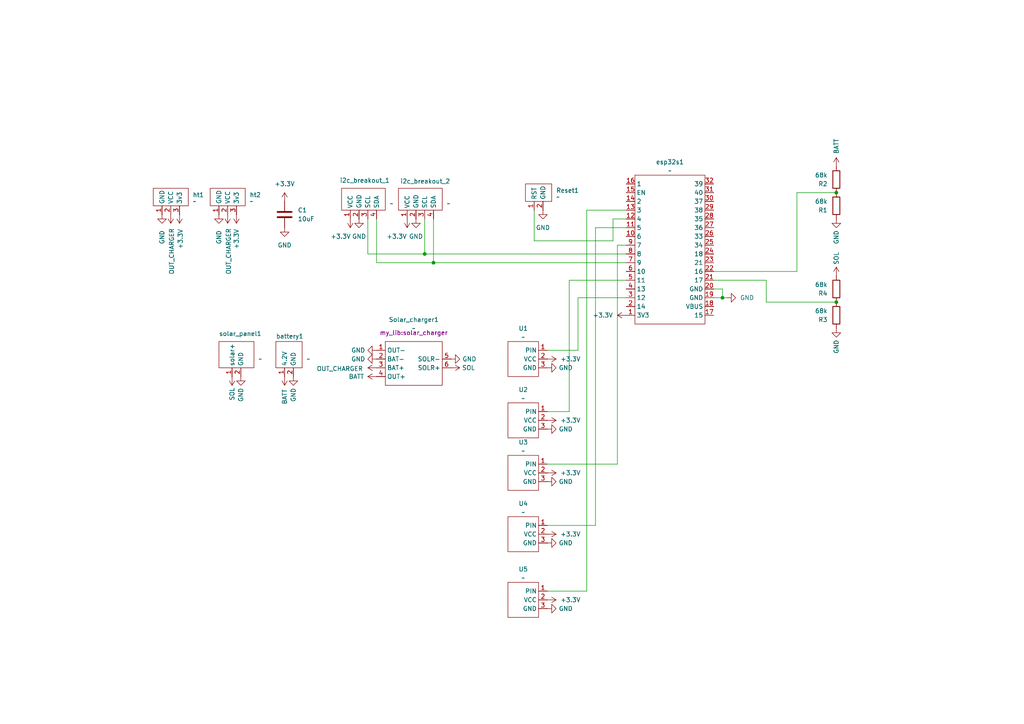
<source format=kicad_sch>
(kicad_sch (version 20250114) (generator "eeschema") (generator_version "9.0")
  (paper "A4")
  (lib_symbols
    (symbol "Device:C" (pin_numbers (hide yes)) (pin_names (offset 0.254))
      (property "Reference" "C" (at 0.635 2.54 0))
      (property "Value" "C" (at 0.635 -2.54 0))
      (symbol "C_0_1"
        (polyline (pts (xy -2.032 0.762) (xy 2.032 0.762)) (stroke (width 0.508)))
        (polyline (pts (xy -2.032 -0.762) (xy 2.032 -0.762)) (stroke (width 0.508)))
      )
      (symbol "C_1_1"
        (pin passive line (at 0 3.81 270) (length 2.794) (name "~") (number "1"))
        (pin passive line (at 0 -3.81 90) (length 2.794) (name "~") (number "2"))
      )
    )
    (symbol "Device:R" (pin_numbers (hide yes)) (pin_names (offset 0))
      (property "Reference" "R" (at 2.032 0 90))
      (property "Value" "R" (at 0 0 90))
      (symbol "R_0_1"
        (rectangle (start -1.016 -2.54) (end 1.016 2.54) (stroke (width 0.254)))
      )
      (symbol "R_1_1"
        (pin passive line (at 0 3.81 270) (length 1.27) (name "~") (number "1"))
        (pin passive line (at 0 -3.81 90) (length 1.27) (name "~") (number "2"))
      )
    )
    (symbol "my_symbols:battery"
      (property "Reference" "battery" (at 0.762 1.778 0))
      (symbol "battery_0_1"
        (rectangle (start -2.54 0) (end 5.08 -7.62))
      )
      (symbol "battery_1_1"
        (pin input line (at 0 -10.16 90) (length 2.54) (name "4.2V") (number "1"))
        (pin input line (at 2.54 -10.16 90) (length 2.54) (name "GND") (number "2"))
      )
    )
    (symbol "my_symbols:esp32s2"
      (property "Reference" "esp32s2" (at 0 0 0))
      (symbol "esp32s2_0_1"
        (rectangle (start -10.16 -1.27) (end 10.16 -44.45))
      )
      (symbol "esp32s2_1_1"
        (pin input line (at -12.7 -3.81 0) (length 2.54) (name "1") (number "16"))
        (pin input line (at -12.7 -6.35 0) (length 2.54) (name "EN") (number "15"))
        (pin input line (at -12.7 -8.89 0) (length 2.54) (name "2") (number "14"))
        (pin input line (at -12.7 -11.43 0) (length 2.54) (name "3") (number "13"))
        (pin input line (at -12.7 -13.97 0) (length 2.54) (name "4") (number "12"))
        (pin input line (at -12.7 -16.51 0) (length 2.54) (name "5") (number "11"))
        (pin input line (at -12.7 -19.05 0) (length 2.54) (name "6") (number "10"))
        (pin input line (at -12.7 -21.59 0) (length 2.54) (name "7") (number "9"))
        (pin input line (at -12.7 -24.13 0) (length 2.54) (name "8") (number "8"))
        (pin input line (at -12.7 -26.67 0) (length 2.54) (name "9") (number "7"))
        (pin input line (at -12.7 -29.21 0) (length 2.54) (name "10") (number "6"))
        (pin input line (at -12.7 -31.75 0) (length 2.54) (name "11") (number "5"))
        (pin input line (at -12.7 -34.29 0) (length 2.54) (name "13") (number "4"))
        (pin input line (at -12.7 -36.83 0) (length 2.54) (name "12") (number "3"))
        (pin input line (at -12.7 -39.37 0) (length 2.54) (name "14") (number "2"))
        (pin input line (at -12.7 -41.91 0) (length 2.54) (name "3V3") (number "1"))
        (pin input line (at 12.7 -3.81 180) (length 2.54) (name "39") (number "32"))
        (pin input line (at 12.7 -6.35 180) (length 2.54) (name "40") (number "31"))
        (pin input line (at 12.7 -8.89 180) (length 2.54) (name "37") (number "30"))
        (pin input line (at 12.7 -11.43 180) (length 2.54) (name "38") (number "29"))
        (pin input line (at 12.7 -13.97 180) (length 2.54) (name "35") (number "28"))
        (pin input line (at 12.7 -16.51 180) (length 2.54) (name "36") (number "27"))
        (pin input line (at 12.7 -19.05 180) (length 2.54) (name "33") (number "26"))
        (pin input line (at 12.7 -21.59 180) (length 2.54) (name "34") (number "25"))
        (pin input line (at 12.7 -24.13 180) (length 2.54) (name "18") (number "24"))
        (pin input line (at 12.7 -26.67 180) (length 2.54) (name "21") (number "23"))
        (pin input line (at 12.7 -29.21 180) (length 2.54) (name "16") (number "22"))
        (pin input line (at 12.7 -31.75 180) (length 2.54) (name "17") (number "21"))
        (pin input line (at 12.7 -34.29 180) (length 2.54) (name "GND") (number "20"))
        (pin input line (at 12.7 -36.83 180) (length 2.54) (name "GND") (number "19"))
        (pin input line (at 12.7 -39.37 180) (length 2.54) (name "VBUS") (number "18"))
        (pin input line (at 12.7 -41.91 180) (length 2.54) (name "15") (number "17"))
      )
    )
    (symbol "my_symbols:ht7833"
      (property "Reference" "ht7833" (at 0.762 2.286 0))
      (symbol "ht7833_0_1"
        (rectangle (start -3.81 -1.27) (end 6.35 -6.35))
      )
      (symbol "ht7833_1_1"
        (pin input line (at -1.27 -8.89 90) (length 2.54) (name "GND") (number "1"))
        (pin input line (at 1.27 -8.89 90) (length 2.54) (name "VCC") (number "2"))
        (pin input line (at 3.81 -8.89 90) (length 2.54) (name "3v3") (number "3"))
      )
    )
    (symbol "my_symbols:i2c_breakout"
      (property "Reference" "i2c_breakout_" (at 1.27 1.778 0))
      (symbol "i2c_breakout_0_1"
        (rectangle (start -5.08 -1.27) (end 7.62 -7.62))
      )
      (symbol "i2c_breakout_1_1"
        (pin input line (at -2.54 -10.16 90) (length 2.54) (name "VCC") (number "1"))
        (pin input line (at 0 -10.16 90) (length 2.54) (name "GND") (number "2"))
        (pin input line (at 2.54 -10.16 90) (length 2.54) (name "SCL") (number "3"))
        (pin input line (at 5.08 -10.16 90) (length 2.54) (name "SDA") (number "4"))
      )
    )
    (symbol "my_symbols:pin_breakout"
      (property "Reference" "U" (at 0 0 0))
      (symbol "pin_breakout_0_1"
        (rectangle (start -5.08 -2.54) (end 3.81 -12.7))
        (rectangle (start 2.54 -5.08) (end 2.54 -5.08))
      )
      (symbol "pin_breakout_1_1"
        (pin bidirectional line (at 6.35 -5.08 180) (length 2.54) (name "PIN") (number "1"))
        (pin bidirectional line (at 6.35 -7.62 180) (length 2.54) (name "VCC") (number "2"))
        (pin bidirectional line (at 6.35 -10.16 180) (length 2.54) (name "GND") (number "3"))
      )
    )
    (symbol "my_symbols:reset"
      (property "Reference" "Reset" (at 1.27 -1.016 0))
      (symbol "reset_0_1"
        (rectangle (start -2.54 -2.54) (end 5.08 -7.62))
      )
      (symbol "reset_1_1"
        (pin input line (at 0 -10.16 90) (length 2.54) (name "RST") (number "1"))
        (pin input line (at 2.54 -10.16 90) (length 2.54) (name "GND") (number "2"))
      )
    )
    (symbol "my_symbols:solar_charger"
      (property "Reference" "Solar_charger" (at 4.572 0 0))
      (property "Footprint" "my_lib:solar_charger" (at 4.572 3.302 0))
      (symbol "solar_charger_0_1"
        (rectangle (start -3.81 -2.54) (end 12.7 -15.24))
      )
      (symbol "solar_charger_1_1"
        (pin input line (at -6.35 -5.08 0) (length 2.54) (name "OUT-") (number "1"))
        (pin input line (at -6.35 -7.62 0) (length 2.54) (name "BAT-") (number "2"))
        (pin input line (at -6.35 -10.16 0) (length 2.54) (name "BAT+") (number "3"))
        (pin input line (at -6.35 -12.7 0) (length 2.54) (name "OUT+") (number "4"))
        (pin input line (at 15.24 -7.62 180) (length 2.54) (name "SOLR-") (number "5"))
        (pin input line (at 15.24 -10.16 180) (length 2.54) (name "SOLR+") (number "6"))
      )
    )
    (symbol "my_symbols:solar_panel"
      (property "Reference" "solar_panel" (at -0.508 3.048 0))
      (symbol "solar_panel_0_1"
        (rectangle (start -5.08 -1.27) (end 5.08 -8.89))
      )
      (symbol "solar_panel_1_1"
        (pin input line (at -1.27 -11.43 90) (length 2.54) (name "solar+") (number "1"))
        (pin input line (at 1.27 -11.43 90) (length 2.54) (name "GND") (number "2"))
      )
    )
    (symbol "power:+3.3V" (power) (pin_numbers (hide yes)) (pin_names (offset 0) (hide yes))
      (property "Value" "+3.3V" (at 0 3.556 0))
      (symbol "+3.3V_0_1"
        (polyline (pts (xy -0.762 1.27) (xy 0 2.54)))
        (polyline (pts (xy 0 2.54) (xy 0.762 1.27)))
        (polyline (pts (xy 0 0) (xy 0 2.54)))
      )
      (symbol "+3.3V_1_1"
        (pin power_in line (at 0 0 90) (length 0) (name "~") (number "1"))
      )
    )
    (symbol "power:+BATT" (power) (pin_numbers (hide yes)) (pin_names (offset 0) (hide yes))
      (property "Value" "+BATT" (at 0 3.556 0))
      (symbol "+BATT_0_1"
        (polyline (pts (xy -0.762 1.27) (xy 0 2.54)))
        (polyline (pts (xy 0 2.54) (xy 0.762 1.27)))
        (polyline (pts (xy 0 0) (xy 0 2.54)))
      )
      (symbol "+BATT_1_1"
        (pin power_in line (at 0 0 90) (length 0) (name "~") (number "1"))
      )
    )
    (symbol "power:GND" (power) (pin_numbers (hide yes)) (pin_names (offset 0) (hide yes))
      (property "Value" "GND" (at 0 -3.81 0))
      (symbol "GND_0_1"
        (polyline (pts (xy 0 0) (xy 0 -1.27) (xy 1.27 -1.27) (xy 0 -2.54) (xy -1.27 -1.27) (xy 0 -1.27)))
      )
      (symbol "GND_1_1"
        (pin power_in line (at 0 0 270) (length 0) (name "~") (number "1"))
      )
    )
    (symbol "power:VDD" (power) (pin_numbers (hide yes)) (pin_names (offset 0) (hide yes))
      (property "Value" "VDD" (at 0 3.556 0))
      (symbol "VDD_0_1"
        (polyline (pts (xy -0.762 1.27) (xy 0 2.54)))
        (polyline (pts (xy 0 2.54) (xy 0.762 1.27)))
        (polyline (pts (xy 0 0) (xy 0 2.54)))
      )
      (symbol "VDD_1_1"
        (pin power_in line (at 0 0 90) (length 0) (name "~") (number "1"))
      )
    )
  )
  (junction (at 125.73 76.2))
  (junction (at 242.57 87.63))
  (junction (at 242.57 55.88))
  (junction (at 209.55 86.36))
  (junction (at 123.19 73.66))
  (wire (pts (xy 123.19 63.5) (xy 123.19 73.66)))
  (wire (pts (xy 210.82 86.36) (xy 209.55 86.36)))
  (wire (pts (xy 167.64 86.36) (xy 181.61 86.36)))
  (wire (pts (xy 158.75 171.45) (xy 170.18 171.45)))
  (wire (pts (xy 170.18 171.45) (xy 170.18 60.96)))
  (wire (pts (xy 125.73 63.5) (xy 125.73 76.2)))
  (wire (pts (xy 207.01 83.82) (xy 209.55 83.82)))
  (wire (pts (xy 177.8 69.85) (xy 177.8 63.5)))
  (wire (pts (xy 207.01 81.28) (xy 222.25 81.28)))
  (wire (pts (xy 179.07 71.12) (xy 181.61 71.12)))
  (wire (pts (xy 209.55 83.82) (xy 209.55 86.36)))
  (wire (pts (xy 231.14 78.74) (xy 231.14 55.88)))
  (wire (pts (xy 154.94 60.96) (xy 154.94 69.85)))
  (wire (pts (xy 172.72 66.04) (xy 181.61 66.04)))
  (wire (pts (xy 158.75 101.6) (xy 167.64 101.6)))
  (wire (pts (xy 123.19 73.66) (xy 181.61 73.66)))
  (wire (pts (xy 167.64 101.6) (xy 167.64 86.36)))
  (wire (pts (xy 222.25 81.28) (xy 222.25 87.63)))
  (wire (pts (xy 165.1 81.28) (xy 165.1 119.38)))
  (wire (pts (xy 165.1 119.38) (xy 158.75 119.38)))
  (wire (pts (xy 181.61 81.28) (xy 165.1 81.28)))
  (wire (pts (xy 207.01 78.74) (xy 231.14 78.74)))
  (wire (pts (xy 172.72 152.4) (xy 172.72 66.04)))
  (wire (pts (xy 109.22 76.2) (xy 125.73 76.2)))
  (wire (pts (xy 125.73 76.2) (xy 181.61 76.2)))
  (wire (pts (xy 222.25 87.63) (xy 242.57 87.63)))
  (wire (pts (xy 154.94 69.85) (xy 177.8 69.85)))
  (wire (pts (xy 231.14 55.88) (xy 242.57 55.88)))
  (wire (pts (xy 179.07 134.62) (xy 179.07 71.12)))
  (wire (pts (xy 158.75 134.62) (xy 179.07 134.62)))
  (wire (pts (xy 170.18 60.96) (xy 181.61 60.96)))
  (wire (pts (xy 209.55 86.36) (xy 207.01 86.36)))
  (wire (pts (xy 106.68 73.66) (xy 106.68 63.5)))
  (wire (pts (xy 109.22 63.5) (xy 109.22 76.2)))
  (wire (pts (xy 123.19 73.66) (xy 106.68 73.66)))
  (wire (pts (xy 158.75 152.4) (xy 172.72 152.4)))
  (wire (pts (xy 177.8 63.5) (xy 181.61 63.5)))
  (symbol (lib_id "power:GND") (at 242.57 95.25 0) (unit 1)
    (property "Reference" "#PWR025" (effects (hide yes)))
    (property "Value" "GND" (at 242.57 100.584 90))
    (property "Description" "Power symbol creates a global label with name \"GND\" , ground" (effects (hide yes)))
  )
  (symbol (lib_id "power:+3.3V") (at 158.75 137.16 270) (unit 1)
    (property "Reference" "#PWR034" (effects (hide yes)))
    (property "Value" "+3.3V" (at 162.5047 137.1599 90) (effects (justify left)))
    (property "Description" "Power symbol creates a global label with name \"+3.3V\"" (effects (hide yes)))
  )
  (symbol (lib_id "power:+BATT") (at 49.53 62.23 180) (unit 1)
    (property "Reference" "#PWR09" (effects (hide yes)))
    (property "Value" "OUT_CHARGER" (at 49.784 72.898 90))
    (property "Description" "Power symbol creates a global label with name \"+BATT\"" (effects (hide yes)))
  )
  (symbol (lib_id "my_symbols:battery") (at 82.55 99.06 0) (unit 1)
    (property "Reference" "battery1" (at 80.01 97.536 0) (effects (justify left)))
    (property "Value" "~" (at 88.9 104.14 0) (effects (justify left)))
    (property "Footprint" "my_lib:battery" (effects (hide yes)))
  )
  (symbol (lib_id "Device:R") (at 242.57 52.07 180) (unit 1)
    (property "Reference" "R2" (at 240.03 53.3401 0) (effects (justify left)))
    (property "Value" "68k" (at 240.03 50.8001 0) (effects (justify left)))
    (property "Footprint" "Resistor_THT:R_Axial_DIN0309_L9.0mm_D3.2mm_P15.24mm_Horizontal" (effects (hide yes)))
    (property "Description" "Resistor" (effects (hide yes)))
  )
  (symbol (lib_id "Device:R") (at 242.57 83.82 180) (unit 1)
    (property "Reference" "R4" (at 240.03 85.0901 0) (effects (justify left)))
    (property "Value" "68k" (at 240.03 82.5501 0) (effects (justify left)))
    (property "Footprint" "Resistor_THT:R_Axial_DIN0309_L9.0mm_D3.2mm_P15.24mm_Horizontal" (effects (hide yes)))
    (property "Description" "Resistor" (effects (hide yes)))
  )
  (symbol (lib_id "power:GND") (at 63.5 62.23 0) (unit 1)
    (property "Reference" "#PWR08" (effects (hide yes)))
    (property "Value" "GND" (at 63.5 68.834 90))
    (property "Description" "Power symbol creates a global label with name \"GND\" , ground" (effects (hide yes)))
  )
  (symbol (lib_id "power:GND") (at 158.75 176.53 90) (unit 1)
    (property "Reference" "#PWR039" (effects (hide yes)))
    (property "Value" "GND" (at 164.084 176.53 90))
    (property "Description" "Power symbol creates a global label with name \"GND\" , ground" (effects (hide yes)))
  )
  (symbol (lib_id "Device:R") (at 242.57 59.69 180) (unit 1)
    (property "Reference" "R1" (at 240.03 60.9601 0) (effects (justify left)))
    (property "Value" "68k" (at 240.03 58.4201 0) (effects (justify left)))
    (property "Footprint" "Resistor_THT:R_Axial_DIN0309_L9.0mm_D3.2mm_P15.24mm_Horizontal" (effects (hide yes)))
    (property "Description" "Resistor" (effects (hide yes)))
  )
  (symbol (lib_id "power:+BATT") (at 66.04 62.23 180) (unit 1)
    (property "Reference" "#PWR010" (effects (hide yes)))
    (property "Value" "OUT_CHARGER" (at 66.294 72.898 90))
    (property "Description" "Power symbol creates a global label with name \"+BATT\"" (effects (hide yes)))
  )
  (symbol (lib_id "power:+BATT") (at 109.22 106.68 90) (unit 1)
    (property "Reference" "#PWR021" (effects (hide yes)))
    (property "Value" "OUT_CHARGER" (at 98.552 106.934 90))
    (property "Description" "Power symbol creates a global label with name \"+BATT\"" (effects (hide yes)))
  )
  (symbol (lib_id "my_symbols:i2c_breakout") (at 104.14 53.34 0) (unit 1)
    (property "Reference" "i2c_breakout_1" (at 98.552 52.324 0) (effects (justify left)))
    (property "Value" "~" (at 113.03 59.055 0) (effects (justify left)))
    (property "Footprint" "my_lib:i2c_breakout" (effects (hide yes)))
  )
  (symbol (lib_id "power:GND") (at 82.55 66.04 0) (unit 1)
    (property "Reference" "#PWR014" (effects (hide yes)))
    (property "Value" "GND" (at 82.55 71.12 0))
    (property "Description" "Power symbol creates a global label with name \"GND\" , ground" (effects (hide yes)))
  )
  (symbol (lib_id "my_symbols:solar_charger") (at 115.57 96.52 0) (unit 1)
    (property "Reference" "Solar_charger1" (at 120.015 92.71 0))
    (property "Value" "~" (at 120.015 95.25 0))
    (property "Footprint" "my_lib:solar_charger" (at 120.015 96.52 0))
  )
  (symbol (lib_id "Device:C") (at 82.55 62.23 0) (unit 1)
    (property "Reference" "C1" (at 86.36 60.9599 0) (effects (justify left)))
    (property "Value" "10uF" (at 86.36 63.4999 0) (effects (justify left)))
    (property "Footprint" "Capacitor_THT:C_Disc_D9.0mm_W2.5mm_P5.00mm" (effects (hide yes)))
    (property "Description" "Unpolarized capacitor" (effects (hide yes)))
  )
  (symbol (lib_id "power:GND") (at 120.65 63.5 0) (unit 1)
    (property "Reference" "#PWR05" (effects (hide yes)))
    (property "Value" "GND" (at 120.65 68.58 0))
    (property "Description" "Power symbol creates a global label with name \"GND\" , ground" (effects (hide yes)))
  )
  (symbol (lib_id "my_symbols:ht7833") (at 64.77 53.34 0) (unit 1)
    (property "Reference" "ht2" (at 72.39 56.5149 0) (effects (justify left)))
    (property "Value" "~" (at 72.39 58.42 0) (effects (justify left)))
    (property "Footprint" "my_lib:ht7833" (effects (hide yes)))
  )
  (symbol (lib_id "power:GND") (at 130.81 104.14 90) (unit 1)
    (property "Reference" "#PWR018" (effects (hide yes)))
    (property "Value" "GND" (at 136.144 104.14 90))
    (property "Description" "Power symbol creates a global label with name \"GND\" , ground" (effects (hide yes)))
  )
  (symbol (lib_id "power:GND") (at 157.48 60.96 0) (unit 1)
    (property "Reference" "#PWR031" (effects (hide yes)))
    (property "Value" "GND" (at 157.48 66.04 0))
    (property "Description" "Power symbol creates a global label with name \"GND\" , ground" (effects (hide yes)))
  )
  (symbol (lib_id "power:+3.3V") (at 181.61 91.44 90) (unit 1)
    (property "Reference" "#PWR03" (effects (hide yes)))
    (property "Value" "+3.3V" (at 177.8 91.4399 90) (effects (justify left)))
    (property "Description" "Power symbol creates a global label with name \"+3.3V\"" (effects (hide yes)))
  )
  (symbol (lib_id "power:GND") (at 69.85 109.22 0) (unit 1)
    (property "Reference" "#PWR015" (effects (hide yes)))
    (property "Value" "GND" (at 69.85 114.554 90))
    (property "Description" "Power symbol creates a global label with name \"GND\" , ground" (effects (hide yes)))
  )
  (symbol (lib_id "my_symbols:reset") (at 154.94 50.8 0) (unit 1)
    (property "Reference" "Reset1" (at 161.29 55.2449 0) (effects (justify left)))
    (property "Value" "~" (at 161.29 57.15 0) (effects (justify left)))
    (property "Footprint" "my_lib:reset" (effects (hide yes)))
  )
  (symbol (lib_id "power:+3.3V") (at 101.6 63.5 180) (unit 1)
    (property "Reference" "#PWR01" (effects (hide yes)))
    (property "Value" "+3.3V" (at 98.806 68.58 0))
    (property "Description" "Power symbol creates a global label with name \"+3.3V\"" (effects (hide yes)))
  )
  (symbol (lib_id "my_symbols:pin_breakout") (at 152.4 147.32 0) (unit 1)
    (property "Reference" "U4" (at 151.765 146.05 0))
    (property "Value" "~" (at 151.765 148.59 0))
    (property "Footprint" "my_lib:pin_breakout" (effects (hide yes)))
  )
  (symbol (lib_id "my_symbols:solar_panel") (at 68.58 97.79 0) (unit 1)
    (property "Reference" "solar_panel1" (at 63.5 96.774 0) (effects (justify left)))
    (property "Value" "~" (at 74.93 104.14 0) (effects (justify left)))
    (property "Footprint" "my_lib:solar" (effects (hide yes)))
  )
  (symbol (lib_id "power:+3.3V") (at 52.07 62.23 180) (unit 1)
    (property "Reference" "#PWR011" (effects (hide yes)))
    (property "Value" "+3.3V" (at 52.324 69.342 90))
    (property "Description" "Power symbol creates a global label with name \"+3.3V\"" (effects (hide yes)))
  )
  (symbol (lib_id "my_symbols:pin_breakout") (at 152.4 114.3 0) (unit 1)
    (property "Reference" "U2" (at 151.765 113.03 0))
    (property "Value" "~" (at 151.765 115.57 0))
    (property "Footprint" "my_lib:pin_breakout" (effects (hide yes)))
  )
  (symbol (lib_id "power:+3.3V") (at 158.75 173.99 270) (unit 1)
    (property "Reference" "#PWR038" (effects (hide yes)))
    (property "Value" "+3.3V" (at 162.5047 173.9899 90) (effects (justify left)))
    (property "Description" "Power symbol creates a global label with name \"+3.3V\"" (effects (hide yes)))
  )
  (symbol (lib_id "power:+BATT") (at 82.55 109.22 180) (unit 1)
    (property "Reference" "#PWR023" (effects (hide yes)))
    (property "Value" "BATT" (at 82.55 115.062 90))
    (property "Description" "Power symbol creates a global label with name \"+BATT\"" (effects (hide yes)))
  )
  (symbol (lib_id "my_symbols:pin_breakout") (at 152.4 96.52 0) (unit 1)
    (property "Reference" "U1" (at 151.765 95.25 0))
    (property "Value" "~" (at 151.765 97.79 0))
    (property "Footprint" "my_lib:pin_breakout" (effects (hide yes)))
  )
  (symbol (lib_id "power:VDD") (at 242.57 80.01 0) (unit 1)
    (property "Reference" "#PWR028" (effects (hide yes)))
    (property "Value" "SOL" (at 242.57 74.93 90))
    (property "Description" "Power symbol creates a global label with name \"VDD\"" (effects (hide yes)))
  )
  (symbol (lib_id "power:GND") (at 210.82 86.36 90) (unit 1)
    (property "Reference" "#PWR06" (effects (hide yes)))
    (property "Value" "GND" (at 214.63 86.3599 90) (effects (justify right)))
    (property "Description" "Power symbol creates a global label with name \"GND\" , ground" (effects (hide yes)))
  )
  (symbol (lib_id "power:+3.3V") (at 158.75 154.94 270) (unit 1)
    (property "Reference" "#PWR036" (effects (hide yes)))
    (property "Value" "+3.3V" (at 162.5047 154.9399 90) (effects (justify left)))
    (property "Description" "Power symbol creates a global label with name \"+3.3V\"" (effects (hide yes)))
  )
  (symbol (lib_id "power:GND") (at 109.22 101.6 270) (unit 1)
    (property "Reference" "#PWR020" (effects (hide yes)))
    (property "Value" "GND" (at 103.886 101.6 90))
    (property "Description" "Power symbol creates a global label with name \"GND\" , ground" (effects (hide yes)))
  )
  (symbol (lib_id "power:+BATT") (at 242.57 48.26 0) (unit 1)
    (property "Reference" "#PWR027" (effects (hide yes)))
    (property "Value" "BATT" (at 242.57 42.418 90))
    (property "Description" "Power symbol creates a global label with name \"+BATT\"" (effects (hide yes)))
  )
  (symbol (lib_id "power:+3.3V") (at 158.75 104.14 270) (unit 1)
    (property "Reference" "#PWR030" (effects (hide yes)))
    (property "Value" "+3.3V" (at 162.5047 104.1399 90) (effects (justify left)))
    (property "Description" "Power symbol creates a global label with name \"+3.3V\"" (effects (hide yes)))
  )
  (symbol (lib_id "my_symbols:pin_breakout") (at 152.4 166.37 0) (unit 1)
    (property "Reference" "U5" (at 151.765 165.1 0))
    (property "Value" "~" (at 151.765 167.64 0))
    (property "Footprint" "my_lib:pin_breakout" (effects (hide yes)))
  )
  (symbol (lib_id "power:GND") (at 158.75 157.48 90) (unit 1)
    (property "Reference" "#PWR037" (effects (hide yes)))
    (property "Value" "GND" (at 164.084 157.48 90))
    (property "Description" "Power symbol creates a global label with name \"GND\" , ground" (effects (hide yes)))
  )
  (symbol (lib_id "my_symbols:esp32s2") (at 194.31 49.53 0) (unit 1)
    (property "Reference" "esp32s1" (at 194.31 46.99 0))
    (property "Value" "~" (at 194.31 49.53 0))
    (property "Footprint" "my_lib:esp32s2" (effects (hide yes)))
  )
  (symbol (lib_id "power:+3.3V") (at 68.58 62.23 180) (unit 1)
    (property "Reference" "#PWR012" (effects (hide yes)))
    (property "Value" "+3.3V" (at 68.58 69.342 90))
    (property "Description" "Power symbol creates a global label with name \"+3.3V\"" (effects (hide yes)))
  )
  (symbol (lib_id "power:GND") (at 85.09 109.22 0) (unit 1)
    (property "Reference" "#PWR024" (effects (hide yes)))
    (property "Value" "GND" (at 85.09 114.554 90))
    (property "Description" "Power symbol creates a global label with name \"GND\" , ground" (effects (hide yes)))
  )
  (symbol (lib_id "power:VDD") (at 67.31 109.22 180) (unit 1)
    (property "Reference" "#PWR016" (effects (hide yes)))
    (property "Value" "SOL" (at 67.31 114.3 90))
    (property "Description" "Power symbol creates a global label with name \"VDD\"" (effects (hide yes)))
  )
  (symbol (lib_id "power:+BATT") (at 109.22 109.22 90) (unit 1)
    (property "Reference" "#PWR022" (effects (hide yes)))
    (property "Value" "BATT" (at 103.378 109.22 90))
    (property "Description" "Power symbol creates a global label with name \"+BATT\"" (effects (hide yes)))
  )
  (symbol (lib_id "power:GND") (at 109.22 104.14 270) (unit 1)
    (property "Reference" "#PWR019" (effects (hide yes)))
    (property "Value" "GND" (at 103.886 104.14 90))
    (property "Description" "Power symbol creates a global label with name \"GND\" , ground" (effects (hide yes)))
  )
  (symbol (lib_id "my_symbols:ht7833") (at 48.26 53.34 0) (unit 1)
    (property "Reference" "ht1" (at 55.88 56.5149 0) (effects (justify left)))
    (property "Value" "~" (at 55.88 58.42 0) (effects (justify left)))
    (property "Footprint" "my_lib:ht7833" (effects (hide yes)))
  )
  (symbol (lib_id "power:GND") (at 46.99 62.23 0) (unit 1)
    (property "Reference" "#PWR07" (effects (hide yes)))
    (property "Value" "GND" (at 46.99 68.834 90))
    (property "Description" "Power symbol creates a global label with name \"GND\" , ground" (effects (hide yes)))
  )
  (symbol (lib_id "power:GND") (at 242.57 63.5 0) (unit 1)
    (property "Reference" "#PWR026" (effects (hide yes)))
    (property "Value" "GND" (at 242.57 68.834 90))
    (property "Description" "Power symbol creates a global label with name \"GND\" , ground" (effects (hide yes)))
  )
  (symbol (lib_id "power:+3.3V") (at 118.11 63.5 180) (unit 1)
    (property "Reference" "#PWR02" (effects (hide yes)))
    (property "Value" "+3.3V" (at 115.062 68.58 0))
    (property "Description" "Power symbol creates a global label with name \"+3.3V\"" (effects (hide yes)))
  )
  (symbol (lib_id "power:VDD") (at 130.81 106.68 270) (unit 1)
    (property "Reference" "#PWR017" (effects (hide yes)))
    (property "Value" "SOL" (at 135.89 106.68 90))
    (property "Description" "Power symbol creates a global label with name \"VDD\"" (effects (hide yes)))
  )
  (symbol (lib_id "my_symbols:pin_breakout") (at 152.4 129.54 0) (unit 1)
    (property "Reference" "U3" (at 151.765 128.27 0))
    (property "Value" "~" (at 151.765 130.81 0))
    (property "Footprint" "my_lib:pin_breakout" (effects (hide yes)))
  )
  (symbol (lib_id "power:GND") (at 158.75 124.46 90) (unit 1)
    (property "Reference" "#PWR033" (effects (hide yes)))
    (property "Value" "GND" (at 164.084 124.46 90))
    (property "Description" "Power symbol creates a global label with name \"GND\" , ground" (effects (hide yes)))
  )
  (symbol (lib_id "power:+3.3V") (at 158.75 121.92 270) (unit 1)
    (property "Reference" "#PWR032" (effects (hide yes)))
    (property "Value" "+3.3V" (at 162.5047 121.9199 90) (effects (justify left)))
    (property "Description" "Power symbol creates a global label with name \"+3.3V\"" (effects (hide yes)))
  )
  (symbol (lib_id "power:GND") (at 158.75 139.7 90) (unit 1)
    (property "Reference" "#PWR035" (effects (hide yes)))
    (property "Value" "GND" (at 164.084 139.7 90))
    (property "Description" "Power symbol creates a global label with name \"GND\" , ground" (effects (hide yes)))
  )
  (symbol (lib_id "power:GND") (at 158.75 106.68 90) (unit 1)
    (property "Reference" "#PWR029" (effects (hide yes)))
    (property "Value" "GND" (at 164.084 106.68 90))
    (property "Description" "Power symbol creates a global label with name \"GND\" , ground" (effects (hide yes)))
  )
  (symbol (lib_id "my_symbols:i2c_breakout") (at 120.65 53.34 0) (unit 1)
    (property "Reference" "i2c_breakout_2" (at 116.078 52.578 0) (effects (justify left)))
    (property "Value" "~" (at 129.54 59.055 0) (effects (justify left)))
    (property "Footprint" "my_lib:i2c_breakout" (effects (hide yes)))
  )
  (symbol (lib_id "Device:R") (at 242.57 91.44 180) (unit 1)
    (property "Reference" "R3" (at 240.03 92.7101 0) (effects (justify left)))
    (property "Value" "68k" (at 240.03 90.1701 0) (effects (justify left)))
    (property "Footprint" "Resistor_THT:R_Axial_DIN0309_L9.0mm_D3.2mm_P15.24mm_Horizontal" (effects (hide yes)))
    (property "Description" "Resistor" (effects (hide yes)))
  )
  (symbol (lib_id "power:GND") (at 104.14 63.5 0) (unit 1)
    (property "Reference" "#PWR04" (effects (hide yes)))
    (property "Value" "GND" (at 104.14 68.58 0))
    (property "Description" "Power symbol creates a global label with name \"GND\" , ground" (effects (hide yes)))
  )
  (symbol (lib_id "power:+3.3V") (at 82.55 58.42 0) (unit 1)
    (property "Reference" "#PWR013" (effects (hide yes)))
    (property "Value" "+3.3V" (at 82.55 53.34 0))
    (property "Description" "Power symbol creates a global label with name \"+3.3V\"" (effects (hide yes)))
  )
)
</source>
